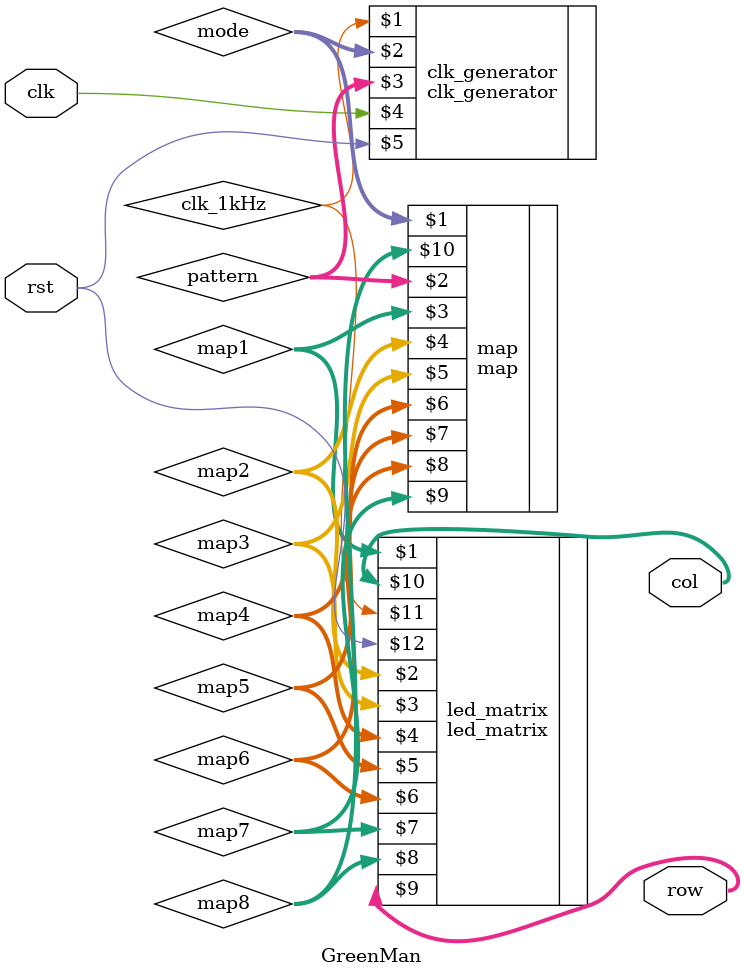
<source format=v>
module GreenMan(row, col, clk, rst);

output [7:0]row, col;
input clk, rst;

wire clk_1kHz, mode_clk;
wire [7:0]map1, map2, map3, map4, map5, map6, map7, map8;
wire [2:0]pattern;
wire [1:0]mode;

clk_generator clk_generator(clk_1kHz, mode, pattern, clk, rst);
map                 map(mode, pattern, map1, map2, map3, map4, map5, map6, map7, map8);
led_matrix      led_matrix(map1, map2, map3, map4, map5, map6, map7, map8,
                                    row, col, clk_1kHz, rst);
                        
endmodule

</source>
